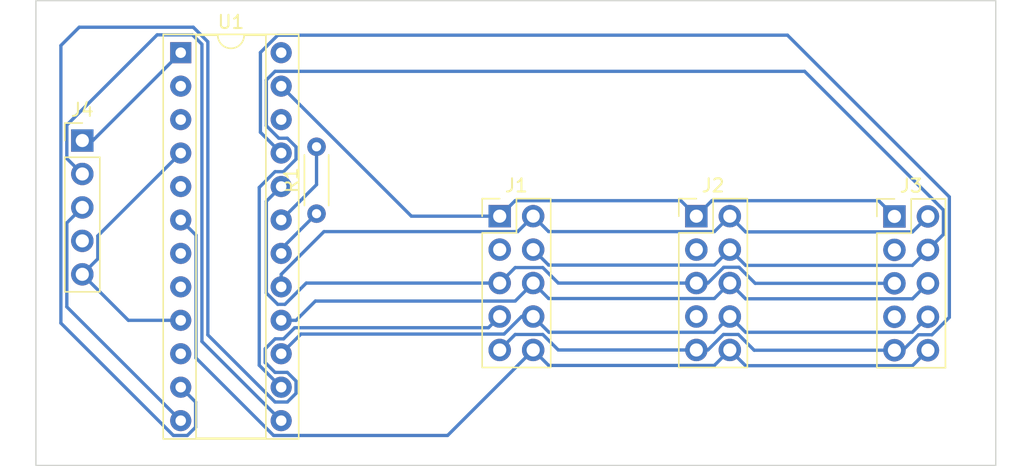
<source format=kicad_pcb>
(kicad_pcb (version 20221018) (generator pcbnew)
  (layers (0 "F.Cu" signal) (31 "B.Cu" signal) (34 "B.Paste" user) (35 "F.Paste" user) (36 "B.SilkS" user "B.Silkscreen") (37 "F.SilkS" user "F.Silkscreen") (38 "B.Mask" user) (39 "F.Mask" user) (44 "Edge.Cuts" user))
  (net 0 "")
  (net 1 "/d")
  (net 2 "/g")
  (net 3 "/0")
  (net 4 "/a")
  (net 5 "/c")
  (net 6 "/b")
  (net 7 "/1")
  (net 8 "/f")
  (net 9 "/e")
  (net 10 "/2")
  (net 11 "/DIN")
  (net 12 "/CLK")
  (net 13 "/LOAD")
  (net 14 "+5V")
  (net 15 "GND")
  (net 16 "Net-(U1-ISET)")
  (net 17 "/4")
  (net 18 "/6")
  (net 19 "/3")
  (net 21 "/5")
  (footprint "Resistor_THT:R_Axial_DIN0204_L3.6mm_D1.6mm_P5.08mm_Horizontal" (layer "F.Cu") (at 67.083 65.772 90)
    (fp_text reference "R1" (at 2.54 -1.92 90) (layer "F.SilkS"))
    (fp_text value "330K")
    (fp_line (start 0.62 -0.92) (end 4.46 -0.92) (stroke (width 0.12)) (layer "F.SilkS"))
    (fp_line (start 0.62 0.92) (end 4.46 0.92) (stroke (width 0.12)) (layer "F.SilkS"))
    (pad "1" thru_hole circle (at 0 0 90) (size 1.4 1.4) (drill 0.7) (layers "*.Cu" "*.Mask") (net 16 "Net-(U1-ISET)"))
    (pad "2" thru_hole oval (at 5.08 0 90) (size 1.4 1.4) (drill 0.7) (layers "*.Cu" "*.Mask") (net 14 "+5V"))
  )
  (footprint "Connector_PinHeader_2.54mm:PinHeader_2x05_P2.54mm_Vertical" (layer "F.Cu") (at 95.893 65.962)
    (fp_text reference "J2" (at 1.27 -2.33) (layer "F.SilkS"))
    (fp_text value "Conn_02x05_Odd_Even")
    (fp_line (start -1.33 -1.33) (end 0 -1.33) (stroke (width 0.12)) (layer "F.SilkS"))
    (fp_line (start -1.33 0) (end -1.33 -1.33) (stroke (width 0.12)) (layer "F.SilkS"))
    (fp_line (start -1.33 1.27) (end -1.33 11.49) (stroke (width 0.12)) (layer "F.SilkS"))
    (fp_line (start -1.33 1.27) (end 1.27 1.27) (stroke (width 0.12)) (layer "F.SilkS"))
    (fp_line (start -1.33 11.49) (end 3.87 11.49) (stroke (width 0.12)) (layer "F.SilkS"))
    (fp_line (start 1.27 -1.33) (end 3.87 -1.33) (stroke (width 0.12)) (layer "F.SilkS"))
    (fp_line (start 1.27 1.27) (end 1.27 -1.33) (stroke (width 0.12)) (layer "F.SilkS"))
    (fp_line (start 3.87 -1.33) (end 3.87 11.49) (stroke (width 0.12)) (layer "F.SilkS"))
    (pad "1" thru_hole rect (at 0 0) (size 1.7 1.7) (drill 1) (layers "*.Cu" "*.Mask") (net 1 "/d"))
    (pad "2" thru_hole oval (at 2.54 0) (size 1.7 1.7) (drill 1) (layers "*.Cu" "*.Mask") (net 2 "/g"))
    (pad "3" thru_hole oval (at 0 2.54) (size 1.7 1.7) (drill 1) (layers "*.Cu" "*.Mask") (net 19 "/3"))
    (pad "4" thru_hole oval (at 2.54 2.54) (size 1.7 1.7) (drill 1) (layers "*.Cu" "*.Mask") (net 4 "/a"))
    (pad "5" thru_hole oval (at 0 5.08) (size 1.7 1.7) (drill 1) (layers "*.Cu" "*.Mask") (net 5 "/c"))
    (pad "6" thru_hole oval (at 2.54 5.08) (size 1.7 1.7) (drill 1) (layers "*.Cu" "*.Mask") (net 6 "/b"))
    (pad "7" thru_hole oval (at 0 7.62) (size 1.7 1.7) (drill 1) (layers "*.Cu" "*.Mask") (net 17 "/4"))
    (pad "8" thru_hole oval (at 2.54 7.62) (size 1.7 1.7) (drill 1) (layers "*.Cu" "*.Mask") (net 8 "/f"))
    (pad "9" thru_hole oval (at 0 10.16) (size 1.7 1.7) (drill 1) (layers "*.Cu" "*.Mask") (net 9 "/e"))
    (pad "10" thru_hole oval (at 2.54 10.16) (size 1.7 1.7) (drill 1) (layers "*.Cu" "*.Mask") (net 10 "/2"))
  )
  (footprint "Connector_PinHeader_2.54mm:PinHeader_1x05_P2.54mm_Vertical" (layer "F.Cu") (at 49.317 60.218)
    (fp_text reference "J4" (at 0 -2.33) (layer "F.SilkS"))
    (fp_text value "Conn_01x05_Pin")
    (fp_line (start -1.33 -1.33) (end 0 -1.33) (stroke (width 0.12)) (layer "F.SilkS"))
    (fp_line (start -1.33 0) (end -1.33 -1.33) (stroke (width 0.12)) (layer "F.SilkS"))
    (fp_line (start -1.33 1.27) (end -1.33 11.49) (stroke (width 0.12)) (layer "F.SilkS"))
    (fp_line (start -1.33 1.27) (end 1.33 1.27) (stroke (width 0.12)) (layer "F.SilkS"))
    (fp_line (start -1.33 11.49) (end 1.33 11.49) (stroke (width 0.12)) (layer "F.SilkS"))
    (fp_line (start 1.33 1.27) (end 1.33 11.49) (stroke (width 0.12)) (layer "F.SilkS"))
    (pad "1" thru_hole rect (at 0 0) (size 1.7 1.7) (drill 1) (layers "*.Cu" "*.Mask") (net 11 "/DIN"))
    (pad "2" thru_hole oval (at 0 2.54) (size 1.7 1.7) (drill 1) (layers "*.Cu" "*.Mask") (net 12 "/CLK"))
    (pad "3" thru_hole oval (at 0 5.08) (size 1.7 1.7) (drill 1) (layers "*.Cu" "*.Mask") (net 13 "/LOAD"))
    (pad "4" thru_hole oval (at 0 7.62) (size 1.7 1.7) (drill 1) (layers "*.Cu" "*.Mask") (net 14 "+5V"))
    (pad "5" thru_hole oval (at 0 10.16) (size 1.7 1.7) (drill 1) (layers "*.Cu" "*.Mask") (net 15 "GND"))
  )
  (footprint "Connector_PinHeader_2.54mm:PinHeader_2x05_P2.54mm_Vertical" (layer "F.Cu") (at 110.919 65.981)
    (fp_text reference "J3" (at 1.27 -2.33) (layer "F.SilkS"))
    (fp_text value "Conn_02x05_Odd_Even")
    (fp_line (start -1.33 -1.33) (end 0 -1.33) (stroke (width 0.12)) (layer "F.SilkS"))
    (fp_line (start -1.33 0) (end -1.33 -1.33) (stroke (width 0.12)) (layer "F.SilkS"))
    (fp_line (start -1.33 1.27) (end -1.33 11.49) (stroke (width 0.12)) (layer "F.SilkS"))
    (fp_line (start -1.33 1.27) (end 1.27 1.27) (stroke (width 0.12)) (layer "F.SilkS"))
    (fp_line (start -1.33 11.49) (end 3.87 11.49) (stroke (width 0.12)) (layer "F.SilkS"))
    (fp_line (start 1.27 -1.33) (end 3.87 -1.33) (stroke (width 0.12)) (layer "F.SilkS"))
    (fp_line (start 1.27 1.27) (end 1.27 -1.33) (stroke (width 0.12)) (layer "F.SilkS"))
    (fp_line (start 3.87 -1.33) (end 3.87 11.49) (stroke (width 0.12)) (layer "F.SilkS"))
    (pad "1" thru_hole rect (at 0 0) (size 1.7 1.7) (drill 1) (layers "*.Cu" "*.Mask") (net 1 "/d"))
    (pad "2" thru_hole oval (at 2.54 0) (size 1.7 1.7) (drill 1) (layers "*.Cu" "*.Mask") (net 2 "/g"))
    (pad "3" thru_hole oval (at 0 2.54) (size 1.7 1.7) (drill 1) (layers "*.Cu" "*.Mask") (net 21 "/5"))
    (pad "4" thru_hole oval (at 2.54 2.54) (size 1.7 1.7) (drill 1) (layers "*.Cu" "*.Mask") (net 4 "/a"))
    (pad "5" thru_hole oval (at 0 5.08) (size 1.7 1.7) (drill 1) (layers "*.Cu" "*.Mask") (net 5 "/c"))
    (pad "6" thru_hole oval (at 2.54 5.08) (size 1.7 1.7) (drill 1) (layers "*.Cu" "*.Mask") (net 6 "/b"))
    (pad "7" thru_hole oval (at 0 7.62) (size 1.7 1.7) (drill 1) (layers "*.Cu" "*.Mask") (net 18 "/6"))
    (pad "8" thru_hole oval (at 2.54 7.62) (size 1.7 1.7) (drill 1) (layers "*.Cu" "*.Mask") (net 8 "/f"))
    (pad "9" thru_hole oval (at 0 10.16) (size 1.7 1.7) (drill 1) (layers "*.Cu" "*.Mask") (net 9 "/e"))
    (pad "10" thru_hole oval (at 2.54 10.16) (size 1.7 1.7) (drill 1) (layers "*.Cu" "*.Mask") (net 10 "/2"))
  )
  (footprint "Package_DIP:DIP-24_W7.62mm_Socket" (layer "F.Cu") (at 56.782 53.549)
    (fp_text reference "U1" (at 3.81 -2.33) (layer "F.SilkS"))
    (fp_text value "MAX7219")
    (fp_line (start -1.33 -1.39) (end -1.33 29.33) (stroke (width 0.12)) (layer "F.SilkS"))
    (fp_line (start -1.33 29.33) (end 8.95 29.33) (stroke (width 0.12)) (layer "F.SilkS"))
    (fp_line (start 1.16 -1.33) (end 1.16 29.27) (stroke (width 0.12)) (layer "F.SilkS"))
    (fp_line (start 1.16 29.27) (end 6.46 29.27) (stroke (width 0.12)) (layer "F.SilkS"))
    (fp_line (start 2.81 -1.33) (end 1.16 -1.33) (stroke (width 0.12)) (layer "F.SilkS"))
    (fp_line (start 6.46 -1.33) (end 4.81 -1.33) (stroke (width 0.12)) (layer "F.SilkS"))
    (fp_line (start 6.46 29.27) (end 6.46 -1.33) (stroke (width 0.12)) (layer "F.SilkS"))
    (fp_line (start 8.95 -1.39) (end -1.33 -1.39) (stroke (width 0.12)) (layer "F.SilkS"))
    (fp_line (start 8.95 29.33) (end 8.95 -1.39) (stroke (width 0.12)) (layer "F.SilkS"))
    (fp_arc (start 4.81 -1.33) (mid 3.81 -0.33) (end 2.81 -1.33) (stroke (width 0.12)) (layer "F.SilkS"))
    (pad "1" thru_hole rect (at 0 0) (size 1.6 1.6) (drill 0.8) (layers "*.Cu" "*.Mask") (net 11 "/DIN"))
    (pad "2" thru_hole oval (at 0 2.54) (size 1.6 1.6) (drill 0.8) (layers "*.Cu" "*.Mask") (net 3 "/0"))
    (pad "3" thru_hole oval (at 0 5.08) (size 1.6 1.6) (drill 0.8) (layers "*.Cu" "*.Mask") (net 17 "/4"))
    (pad "4" thru_hole oval (at 0 7.62) (size 1.6 1.6) (drill 0.8) (layers "*.Cu" "*.Mask") (net 15 "GND"))
    (pad "5" thru_hole oval (at 0 10.16) (size 1.6 1.6) (drill 0.8) (layers "*.Cu" "*.Mask") (net 18 "/6"))
    (pad "6" thru_hole oval (at 0 12.7) (size 1.6 1.6) (drill 0.8) (layers "*.Cu" "*.Mask") (net 10 "/2"))
    (pad "7" thru_hole oval (at 0 15.24) (size 1.6 1.6) (drill 0.8) (layers "*.Cu" "*.Mask") (net 19 "/3"))
    (pad "8" thru_hole oval (at 0 17.78) (size 1.6 1.6) (drill 0.8) (layers "*.Cu" "*.Mask"))
    (pad "9" thru_hole oval (at 0 20.32) (size 1.6 1.6) (drill 0.8) (layers "*.Cu" "*.Mask") (net 15 "GND"))
    (pad "10" thru_hole oval (at 0 22.86) (size 1.6 1.6) (drill 0.8) (layers "*.Cu" "*.Mask") (net 21 "/5"))
    (pad "11" thru_hole oval (at 0 25.4) (size 1.6 1.6) (drill 0.8) (layers "*.Cu" "*.Mask") (net 7 "/1"))
    (pad "12" thru_hole oval (at 0 27.94) (size 1.6 1.6) (drill 0.8) (layers "*.Cu" "*.Mask") (net 13 "/LOAD"))
    (pad "13" thru_hole oval (at 7.62 27.94) (size 1.6 1.6) (drill 0.8) (layers "*.Cu" "*.Mask") (net 12 "/CLK"))
    (pad "14" thru_hole oval (at 7.62 25.4) (size 1.6 1.6) (drill 0.8) (layers "*.Cu" "*.Mask") (net 4 "/a"))
    (pad "15" thru_hole oval (at 7.62 22.86) (size 1.6 1.6) (drill 0.8) (layers "*.Cu" "*.Mask") (net 8 "/f"))
    (pad "16" thru_hole oval (at 7.62 20.32) (size 1.6 1.6) (drill 0.8) (layers "*.Cu" "*.Mask") (net 6 "/b"))
    (pad "17" thru_hole oval (at 7.62 17.78) (size 1.6 1.6) (drill 0.8) (layers "*.Cu" "*.Mask") (net 2 "/g"))
    (pad "18" thru_hole oval (at 7.62 15.24) (size 1.6 1.6) (drill 0.8) (layers "*.Cu" "*.Mask") (net 16 "Net-(U1-ISET)"))
    (pad "19" thru_hole oval (at 7.62 12.7) (size 1.6 1.6) (drill 0.8) (layers "*.Cu" "*.Mask") (net 14 "+5V"))
    (pad "20" thru_hole oval (at 7.62 10.16) (size 1.6 1.6) (drill 0.8) (layers "*.Cu" "*.Mask") (net 5 "/c"))
    (pad "21" thru_hole oval (at 7.62 7.62) (size 1.6 1.6) (drill 0.8) (layers "*.Cu" "*.Mask") (net 9 "/e"))
    (pad "22" thru_hole oval (at 7.62 5.08) (size 1.6 1.6) (drill 0.8) (layers "*.Cu" "*.Mask"))
    (pad "23" thru_hole oval (at 7.62 2.54) (size 1.6 1.6) (drill 0.8) (layers "*.Cu" "*.Mask") (net 1 "/d"))
    (pad "24" thru_hole oval (at 7.62 0) (size 1.6 1.6) (drill 0.8) (layers "*.Cu" "*.Mask"))
  )
  (footprint "Connector_PinHeader_2.54mm:PinHeader_2x05_P2.54mm_Vertical" (layer "F.Cu") (at 80.976 65.962)
    (fp_text reference "J1" (at 1.27 -2.33) (layer "F.SilkS"))
    (fp_text value "Conn_02x05_Odd_Even")
    (fp_line (start -1.33 -1.33) (end 0 -1.33) (stroke (width 0.12)) (layer "F.SilkS"))
    (fp_line (start -1.33 0) (end -1.33 -1.33) (stroke (width 0.12)) (layer "F.SilkS"))
    (fp_line (start -1.33 1.27) (end -1.33 11.49) (stroke (width 0.12)) (layer "F.SilkS"))
    (fp_line (start -1.33 1.27) (end 1.27 1.27) (stroke (width 0.12)) (layer "F.SilkS"))
    (fp_line (start -1.33 11.49) (end 3.87 11.49) (stroke (width 0.12)) (layer "F.SilkS"))
    (fp_line (start 1.27 -1.33) (end 3.87 -1.33) (stroke (width 0.12)) (layer "F.SilkS"))
    (fp_line (start 1.27 1.27) (end 1.27 -1.33) (stroke (width 0.12)) (layer "F.SilkS"))
    (fp_line (start 3.87 -1.33) (end 3.87 11.49) (stroke (width 0.12)) (layer "F.SilkS"))
    (pad "1" thru_hole rect (at 0 0) (size 1.7 1.7) (drill 1) (layers "*.Cu" "*.Mask") (net 1 "/d"))
    (pad "2" thru_hole oval (at 2.54 0) (size 1.7 1.7) (drill 1) (layers "*.Cu" "*.Mask") (net 2 "/g"))
    (pad "3" thru_hole oval (at 0 2.54) (size 1.7 1.7) (drill 1) (layers "*.Cu" "*.Mask") (net 3 "/0"))
    (pad "4" thru_hole oval (at 2.54 2.54) (size 1.7 1.7) (drill 1) (layers "*.Cu" "*.Mask") (net 4 "/a"))
    (pad "5" thru_hole oval (at 0 5.08) (size 1.7 1.7) (drill 1) (layers "*.Cu" "*.Mask") (net 5 "/c"))
    (pad "6" thru_hole oval (at 2.54 5.08) (size 1.7 1.7) (drill 1) (layers "*.Cu" "*.Mask") (net 6 "/b"))
    (pad "7" thru_hole oval (at 0 7.62) (size 1.7 1.7) (drill 1) (layers "*.Cu" "*.Mask") (net 7 "/1"))
    (pad "8" thru_hole oval (at 2.54 7.62) (size 1.7 1.7) (drill 1) (layers "*.Cu" "*.Mask") (net 8 "/f"))
    (pad "9" thru_hole oval (at 0 10.16) (size 1.7 1.7) (drill 1) (layers "*.Cu" "*.Mask") (net 9 "/e"))
    (pad "10" thru_hole oval (at 2.54 10.16) (size 1.7 1.7) (drill 1) (layers "*.Cu" "*.Mask") (net 10 "/2"))
  )
  (gr_rect (start 45.797 49.597) (end 118.603 84.891) (stroke (width 0.1)) (fill none) (layer "Edge.Cuts"))
  (segment (start 109.725 64.787) (end 110.919 65.981) (width 0.25) (layer "B.Cu") (net 1))
  (segment (start 74.275 65.962) (end 64.402 56.089) (width 0.25) (layer "B.Cu") (net 1))
  (segment (start 97.068 64.787) (end 109.725 64.787) (width 0.25) (layer "B.Cu") (net 1))
  (segment (start 82.151 64.787) (end 94.718 64.787) (width 0.25) (layer "B.Cu") (net 1))
  (segment (start 80.976 65.962) (end 74.275 65.962) (width 0.25) (layer "B.Cu") (net 1))
  (segment (start 80.976 65.962) (end 82.151 64.787) (width 0.25) (layer "B.Cu") (net 1))
  (segment (start 95.893 65.962) (end 97.068 64.787) (width 0.25) (layer "B.Cu") (net 1))
  (segment (start 94.718 64.787) (end 95.893 65.962) (width 0.25) (layer "B.Cu") (net 1))
  (segment (start 82.341 67.137) (end 67.644991 67.137) (width 0.25) (layer "B.Cu") (net 2))
  (segment (start 98.433 65.962) (end 99.627 67.156) (width 0.25) (layer "B.Cu") (net 2))
  (segment (start 84.691 67.137) (end 97.258 67.137) (width 0.25) (layer "B.Cu") (net 2))
  (segment (start 67.644991 67.137) (end 64.402 70.379991) (width 0.25) (layer "B.Cu") (net 2))
  (segment (start 112.284 67.156) (end 113.459 65.981) (width 0.25) (layer "B.Cu") (net 2))
  (segment (start 97.258 67.137) (end 98.433 65.962) (width 0.25) (layer "B.Cu") (net 2))
  (segment (start 64.402 70.379991) (end 64.402 71.329) (width 0.25) (layer "B.Cu") (net 2))
  (segment (start 99.627 67.156) (end 112.284 67.156) (width 0.25) (layer "B.Cu") (net 2))
  (segment (start 83.516 65.962) (end 82.341 67.137) (width 0.25) (layer "B.Cu") (net 2))
  (segment (start 83.516 65.962) (end 84.691 67.137) (width 0.25) (layer "B.Cu") (net 2))
  (segment (start 84.691 69.677) (end 97.258 69.677) (width 0.25) (layer "B.Cu") (net 4))
  (segment (start 64.867991 60.044) (end 65.527 60.703009) (width 0.25) (layer "B.Cu") (net 4))
  (segment (start 63.936009 62.584) (end 62.738 63.782009) (width 0.25) (layer "B.Cu") (net 4))
  (segment (start 83.516 68.502) (end 84.691 69.677) (width 0.25) (layer "B.Cu") (net 4))
  (segment (start 112.284 69.696) (end 113.459 68.521) (width 0.25) (layer "B.Cu") (net 4))
  (segment (start 63.277 55.623009) (end 63.277 59.094991) (width 0.25) (layer "B.Cu") (net 4))
  (segment (start 104.103701 54.964) (end 63.936009 54.964) (width 0.25) (layer "B.Cu") (net 4))
  (segment (start 99.627 69.696) (end 112.284 69.696) (width 0.25) (layer "B.Cu") (net 4))
  (segment (start 63.936009 54.964) (end 63.277 55.623009) (width 0.25) (layer "B.Cu") (net 4))
  (segment (start 98.433 68.502) (end 99.627 69.696) (width 0.25) (layer "B.Cu") (net 4))
  (segment (start 65.527 60.703009) (end 65.527 61.634991) (width 0.25) (layer "B.Cu") (net 4))
  (segment (start 64.226009 60.044) (end 64.867991 60.044) (width 0.25) (layer "B.Cu") (net 4))
  (segment (start 113.459 68.521) (end 114.634 67.346) (width 0.25) (layer "B.Cu") (net 4))
  (segment (start 114.634 67.346) (end 114.634 65.494299) (width 0.25) (layer "B.Cu") (net 4))
  (segment (start 62.738 63.782009) (end 62.738 77.285) (width 0.25) (layer "B.Cu") (net 4))
  (segment (start 62.738 77.285) (end 64.402 78.949) (width 0.25) (layer "B.Cu") (net 4))
  (segment (start 64.577991 62.584) (end 63.936009 62.584) (width 0.25) (layer "B.Cu") (net 4))
  (segment (start 65.527 61.634991) (end 64.577991 62.584) (width 0.25) (layer "B.Cu") (net 4))
  (segment (start 114.634 65.494299) (end 104.103701 54.964) (width 0.25) (layer "B.Cu") (net 4))
  (segment (start 63.277 59.094991) (end 64.226009 60.044) (width 0.25) (layer "B.Cu") (net 4))
  (segment (start 97.258 69.677) (end 98.433 68.502) (width 0.25) (layer "B.Cu") (net 4))
  (segment (start 100.355604 71.061) (end 110.919 71.061) (width 0.25) (layer "B.Cu") (net 5))
  (segment (start 85.419604 71.042) (end 95.893 71.042) (width 0.25) (layer "B.Cu") (net 5))
  (segment (start 63.277 64.834) (end 64.402 63.709) (width 0.25) (layer "B.Cu") (net 5))
  (segment (start 99.135604 69.841) (end 100.355604 71.061) (width 0.25) (layer "B.Cu") (net 5))
  (segment (start 97.972299 69.841) (end 99.135604 69.841) (width 0.25) (layer "B.Cu") (net 5))
  (segment (start 84.244604 69.867) (end 85.419604 71.042) (width 0.25) (layer "B.Cu") (net 5))
  (segment (start 96.771299 71.042) (end 97.972299 69.841) (width 0.25) (layer "B.Cu") (net 5))
  (segment (start 66.301 71.042) (end 64.687 72.656) (width 0.25) (layer "B.Cu") (net 5))
  (segment (start 63.277 71.794991) (end 63.277 64.834) (width 0.25) (layer "B.Cu") (net 5))
  (segment (start 80.976 71.042) (end 66.301 71.042) (width 0.25) (layer "B.Cu") (net 5))
  (segment (start 82.151 69.867) (end 84.244604 69.867) (width 0.25) (layer "B.Cu") (net 5))
  (segment (start 64.138009 72.656) (end 63.277 71.794991) (width 0.25) (layer "B.Cu") (net 5))
  (segment (start 80.976 71.042) (end 82.151 69.867) (width 0.25) (layer "B.Cu") (net 5))
  (segment (start 64.687 72.656) (end 64.138009 72.656) (width 0.25) (layer "B.Cu") (net 5))
  (segment (start 95.893 71.042) (end 96.771299 71.042) (width 0.25) (layer "B.Cu") (net 5))
  (segment (start 83.516 71.042) (end 84.691 72.217) (width 0.25) (layer "B.Cu") (net 6))
  (segment (start 112.284 72.236) (end 113.459 71.061) (width 0.25) (layer "B.Cu") (net 6))
  (segment (start 99.627 72.236) (end 112.284 72.236) (width 0.25) (layer "B.Cu") (net 6))
  (segment (start 82.151 72.407) (end 66.99537 72.407) (width 0.25) (layer "B.Cu") (net 6))
  (segment (start 98.433 71.042) (end 99.627 72.236) (width 0.25) (layer "B.Cu") (net 6))
  (segment (start 97.258 72.217) (end 98.433 71.042) (width 0.25) (layer "B.Cu") (net 6))
  (segment (start 84.691 72.217) (end 97.258 72.217) (width 0.25) (layer "B.Cu") (net 6))
  (segment (start 83.516 71.042) (end 82.151 72.407) (width 0.25) (layer "B.Cu") (net 6))
  (segment (start 65.53337 73.869) (end 64.402 73.869) (width 0.25) (layer "B.Cu") (net 6))
  (segment (start 66.99537 72.407) (end 65.53337 73.869) (width 0.25) (layer "B.Cu") (net 6))
  (segment (start 63.936009 77.824) (end 64.867991 77.824) (width 0.25) (layer "B.Cu") (net 7))
  (segment (start 65.527 78.483009) (end 65.527 79.414991) (width 0.25) (layer "B.Cu") (net 7))
  (segment (start 57.907 80.074) (end 56.782 78.949) (width 0.25) (layer "B.Cu") (net 7))
  (segment (start 47.692 74.081) (end 56.225 82.614) (width 0.25) (layer "B.Cu") (net 7))
  (segment (start 64.584991 75.277) (end 63.943009 75.277) (width 0.25) (layer "B.Cu") (net 7))
  (segment (start 65.429991 74.432) (end 64.584991 75.277) (width 0.25) (layer "B.Cu") (net 7))
  (segment (start 63.936009 80.074) (end 58.839 74.976991) (width 0.25) (layer "B.Cu") (net 7))
  (segment (start 58.839 74.976991) (end 58.839 52.719604) (width 0.25) (layer "B.Cu") (net 7))
  (segment (start 64.867991 80.074) (end 63.936009 80.074) (width 0.25) (layer "B.Cu") (net 7))
  (segment (start 57.283 82.614) (end 57.907 81.99) (width 0.25) (layer "B.Cu") (net 7))
  (segment (start 65.527 79.414991) (end 64.867991 80.074) (width 0.25) (layer "B.Cu") (net 7))
  (segment (start 47.692 53.003) (end 47.692 74.081) (width 0.25) (layer "B.Cu") (net 7))
  (segment (start 57.733396 51.614) (end 49.081 51.614) (width 0.25) (layer "B.Cu") (net 7))
  (segment (start 80.126 74.432) (end 65.429991 74.432) (width 0.25) (layer "B.Cu") (net 7))
  (segment (start 56.225 82.614) (end 57.283 82.614) (width 0.25) (layer "B.Cu") (net 7))
  (segment (start 49.081 51.614) (end 47.692 53.003) (width 0.25) (layer "B.Cu") (net 7))
  (segment (start 64.867991 77.824) (end 65.527 78.483009) (width 0.25) (layer "B.Cu") (net 7))
  (segment (start 58.839 52.719604) (end 57.733396 51.614) (width 0.25) (layer "B.Cu") (net 7))
  (segment (start 63.188 76.032009) (end 63.188 77.075991) (width 0.25) (layer "B.Cu") (net 7))
  (segment (start 63.188 77.075991) (end 63.936009 77.824) (width 0.25) (layer "B.Cu") (net 7))
  (segment (start 80.976 73.582) (end 80.126 74.432) (width 0.25) (layer "B.Cu") (net 7))
  (segment (start 63.943009 75.277) (end 63.188 76.032009) (width 0.25) (layer "B.Cu") (net 7))
  (segment (start 57.907 81.99) (end 57.907 80.074) (width 0.25) (layer "B.Cu") (net 7))
  (segment (start 112.284 74.776) (end 113.459 73.601) (width 0.25) (layer "B.Cu") (net 8))
  (segment (start 98.433 73.582) (end 99.627 74.776) (width 0.25) (layer "B.Cu") (net 8))
  (segment (start 84.71 74.776) (end 97.239 74.776) (width 0.25) (layer "B.Cu") (net 8))
  (segment (start 81.305701 74.914) (end 65.897 74.914) (width 0.25) (layer "B.Cu") (net 8))
  (segment (start 83.516 73.582) (end 82.637701 73.582) (width 0.25) (layer "B.Cu") (net 8))
  (segment (start 65.897 74.914) (end 64.402 76.409) (width 0.25) (layer "B.Cu") (net 8))
  (segment (start 97.239 74.776) (end 98.433 73.582) (width 0.25) (layer "B.Cu") (net 8))
  (segment (start 82.637701 73.582) (end 81.305701 74.914) (width 0.25) (layer "B.Cu") (net 8))
  (segment (start 99.627 74.776) (end 112.284 74.776) (width 0.25) (layer "B.Cu") (net 8))
  (segment (start 83.516 73.582) (end 84.71 74.776) (width 0.25) (layer "B.Cu") (net 8))
  (segment (start 99.084 74.947) (end 100.278 76.141) (width 0.25) (layer "B.Cu") (net 9))
  (segment (start 85.419604 76.122) (end 95.893 76.122) (width 0.25) (layer "B.Cu") (net 9))
  (segment (start 82.151 74.947) (end 84.244604 74.947) (width 0.25) (layer "B.Cu") (net 9))
  (segment (start 115.084 73.644) (end 113.762 74.966) (width 0.25) (layer "B.Cu") (net 9))
  (segment (start 102.805 52.219) (end 115.084 64.498) (width 0.25) (layer "B.Cu") (net 9))
  (segment (start 62.827 59.594) (end 62.827 53.533009) (width 0.25) (layer "B.Cu") (net 9))
  (segment (start 115.084 64.498) (end 115.084 73.644) (width 0.25) (layer "B.Cu") (net 9))
  (segment (start 113.762 74.966) (end 112.730396 74.966) (width 0.25) (layer "B.Cu") (net 9))
  (segment (start 97.946299 74.947) (end 99.084 74.947) (width 0.25) (layer "B.Cu") (net 9))
  (segment (start 64.141009 52.219) (end 102.805 52.219) (width 0.25) (layer "B.Cu") (net 9))
  (segment (start 111.555396 76.141) (end 110.919 76.141) (width 0.25) (layer "B.Cu") (net 9))
  (segment (start 95.893 76.122) (end 96.771299 76.122) (width 0.25) (layer "B.Cu") (net 9))
  (segment (start 64.402 61.169) (end 62.827 59.594) (width 0.25) (layer "B.Cu") (net 9))
  (segment (start 96.771299 76.122) (end 97.946299 74.947) (width 0.25) (layer "B.Cu") (net 9))
  (segment (start 80.976 76.122) (end 82.151 74.947) (width 0.25) (layer "B.Cu") (net 9))
  (segment (start 84.244604 74.947) (end 85.419604 76.122) (width 0.25) (layer "B.Cu") (net 9))
  (segment (start 100.278 76.141) (end 110.919 76.141) (width 0.25) (layer "B.Cu") (net 9))
  (segment (start 112.730396 74.966) (end 111.555396 76.141) (width 0.25) (layer "B.Cu") (net 9))
  (segment (start 62.827 53.533009) (end 64.141009 52.219) (width 0.25) (layer "B.Cu") (net 9))
  (segment (start 97.258 77.297) (end 98.433 76.122) (width 0.25) (layer "B.Cu") (net 10))
  (segment (start 83.516 76.122) (end 84.691 77.297) (width 0.25) (layer "B.Cu") (net 10))
  (segment (start 57.939 67.406) (end 56.782 66.249) (width 0.25) (layer "B.Cu") (net 10))
  (segment (start 77.024 82.614) (end 63.822 82.614) (width 0.25) (layer "B.Cu") (net 10))
  (segment (start 84.691 77.297) (end 97.258 77.297) (width 0.25) (layer "B.Cu") (net 10))
  (segment (start 83.516 76.122) (end 77.024 82.614) (width 0.25) (layer "B.Cu") (net 10))
  (segment (start 112.284 77.316) (end 113.459 76.141) (width 0.25) (layer "B.Cu") (net 10))
  (segment (start 98.433 76.122) (end 99.627 77.316) (width 0.25) (layer "B.Cu") (net 10))
  (segment (start 63.822 82.614) (end 57.939 76.731) (width 0.25) (layer "B.Cu") (net 10))
  (segment (start 99.627 77.316) (end 112.284 77.316) (width 0.25) (layer "B.Cu") (net 10))
  (segment (start 57.939 76.731) (end 57.939 67.406) (width 0.25) (layer "B.Cu") (net 10))
  (segment (start 49.317 60.218) (end 50.113 60.218) (width 0.25) (layer "B.Cu") (net 11))
  (segment (start 50.113 60.218) (end 56.782 53.549) (width 0.25) (layer "B.Cu") (net 11))
  (segment (start 58.389 52.906) (end 58.389 75.476) (width 0.25) (layer "B.Cu") (net 12))
  (segment (start 54.991 52.194) (end 57.677 52.194) (width 0.25) (layer "B.Cu") (net 12))
  (segment (start 48.142 59.043) (end 54.991 52.194) (width 0.25) (layer "B.Cu") (net 12))
  (segment (start 48.142 61.583) (end 48.142 59.043) (width 0.25) (layer "B.Cu") (net 12))
  (segment (start 49.317 62.758) (end 48.142 61.583) (width 0.25) (layer "B.Cu") (net 12))
  (segment (start 58.389 75.476) (end 64.402 81.489) (width 0.25) (layer "B.Cu") (net 12))
  (segment (start 57.677 52.194) (end 58.389 52.906) (width 0.25) (layer "B.Cu") (net 12))
  (segment (start 48.142 72.849) (end 56.782 81.489) (width 0.25) (layer "B.Cu") (net 13))
  (segment (start 49.317 65.298) (end 48.142 66.473) (width 0.25) (layer "B.Cu") (net 13))
  (segment (start 48.142 66.473) (end 48.142 72.849) (width 0.25) (layer "B.Cu") (net 13))
  (segment (start 67.083 60.692) (end 67.083 63.568) (width 0.25) (layer "B.Cu") (net 14))
  (segment (start 67.083 63.568) (end 64.402 66.249) (width 0.25) (layer "B.Cu") (net 14))
  (segment (start 49.317 70.378) (end 52.808 73.869) (width 0.25) (layer "B.Cu") (net 15))
  (segment (start 52.808 73.869) (end 56.782 73.869) (width 0.25) (layer "B.Cu") (net 15))
  (segment (start 49.317 70.378) (end 50.492 69.203) (width 0.25) (layer "B.Cu") (net 15))
  (segment (start 50.492 67.459) (end 56.782 61.169) (width 0.25) (layer "B.Cu") (net 15))
  (segment (start 50.492 69.203) (end 50.492 67.459) (width 0.25) (layer "B.Cu") (net 15))
  (segment (start 67.083 65.772) (end 64.402 68.453) (width 0.25) (layer "B.Cu") (net 16))
  (segment (start 64.402 68.453) (end 64.402 68.789) (width 0.25) (layer "B.Cu") (net 16))
)
</source>
